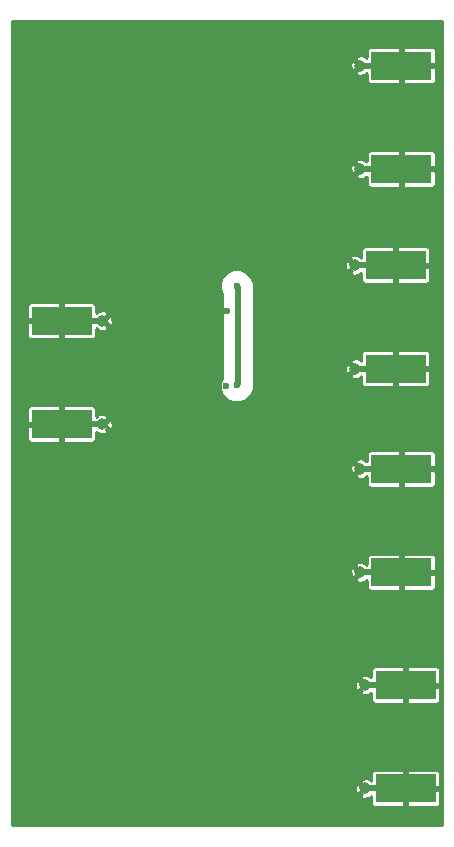
<source format=gbl>
G04 #@! TF.FileFunction,Copper,L2,Bot,Signal*
%FSLAX46Y46*%
G04 Gerber Fmt 4.6, Leading zero omitted, Abs format (unit mm)*
G04 Created by KiCad (PCBNEW 4.0.2+dfsg1-stable) date Mo 06 Nov 2017 22:22:18 CET*
%MOMM*%
G01*
G04 APERTURE LIST*
%ADD10C,1.000000*%
%ADD11R,5.080000X2.420000*%
%ADD12C,0.970000*%
%ADD13R,0.890000X0.460000*%
%ADD14C,0.600000*%
%ADD15C,0.500000*%
%ADD16C,0.254000*%
G04 APERTURE END LIST*
D10*
D11*
X133820000Y-87880000D03*
X133820000Y-79120000D03*
D12*
X130380000Y-87880000D03*
X130380000Y-79120000D03*
D13*
X130830000Y-87880000D03*
X130830000Y-79120000D03*
D11*
X133820000Y-122030000D03*
X133820000Y-113270000D03*
D12*
X130380000Y-122030000D03*
X130380000Y-113270000D03*
D13*
X130830000Y-122030000D03*
X130830000Y-113270000D03*
D11*
X105080000Y-100720000D03*
X105080000Y-109480000D03*
D12*
X108520000Y-100720000D03*
X108520000Y-109480000D03*
D13*
X108070000Y-100720000D03*
X108070000Y-109480000D03*
D11*
X133370000Y-104780000D03*
X133370000Y-96020000D03*
D12*
X129930000Y-104780000D03*
X129930000Y-96020000D03*
D13*
X130380000Y-104780000D03*
X130380000Y-96020000D03*
D11*
X134220000Y-140330000D03*
X134220000Y-131570000D03*
D12*
X130780000Y-140330000D03*
X130780000Y-131570000D03*
D13*
X131230000Y-140330000D03*
X131230000Y-131570000D03*
D14*
X123150000Y-110200000D03*
X124900000Y-110250000D03*
X123975000Y-111325000D03*
X115050000Y-113100000D03*
X116275000Y-114200000D03*
X115075000Y-115300000D03*
X119025000Y-111025000D03*
X117975000Y-112075000D03*
X116800000Y-111000000D03*
X118975000Y-106250000D03*
X116800000Y-106225000D03*
X116825000Y-99825000D03*
X119075000Y-99875000D03*
X118050000Y-100975000D03*
X118900000Y-95400000D03*
X116725000Y-95350000D03*
X117950000Y-107350000D03*
X117950000Y-96525000D03*
X119900000Y-106200000D03*
X119900000Y-97800000D03*
D15*
X105080000Y-109480000D02*
X108520000Y-109480000D01*
X105080000Y-100720000D02*
X108520000Y-100720000D01*
X134220000Y-140330000D02*
X130780000Y-140330000D01*
X134220000Y-131570000D02*
X130780000Y-131570000D01*
X133820000Y-122030000D02*
X130380000Y-122030000D01*
X133820000Y-113270000D02*
X130380000Y-113270000D01*
X133370000Y-104780000D02*
X129930000Y-104780000D01*
X133820000Y-79120000D02*
X130380000Y-79120000D01*
X133820000Y-87880000D02*
X130380000Y-87880000D01*
X133370000Y-96020000D02*
X129930000Y-96020000D01*
X120000000Y-106100000D02*
X119900000Y-106200000D01*
X120000000Y-100250000D02*
X120000000Y-106100000D01*
X120000000Y-100250000D02*
X120000000Y-100300000D01*
X119900000Y-97800000D02*
X120000000Y-97900000D01*
X120000000Y-97900000D02*
X120000000Y-100250000D01*
D16*
G36*
X137248000Y-143448000D02*
X100902000Y-143448000D01*
X100902000Y-140249510D01*
X129900710Y-140249510D01*
X129936840Y-140592127D01*
X129998444Y-140740852D01*
X130140485Y-140789910D01*
X130473393Y-140457002D01*
X130487248Y-140457002D01*
X130404000Y-140540250D01*
X130404000Y-140635785D01*
X130462004Y-140775819D01*
X130487895Y-140801710D01*
X130320090Y-140969515D01*
X130369148Y-141111556D01*
X130699510Y-141209290D01*
X131042127Y-141173160D01*
X131190852Y-141111556D01*
X131239909Y-140969517D01*
X131299000Y-141028608D01*
X131299000Y-141615785D01*
X131357004Y-141755819D01*
X131464180Y-141862996D01*
X131604214Y-141921000D01*
X133997750Y-141921000D01*
X134093000Y-141825750D01*
X134093000Y-140457000D01*
X134347000Y-140457000D01*
X134347000Y-141825750D01*
X134442250Y-141921000D01*
X136835786Y-141921000D01*
X136975820Y-141862996D01*
X137082996Y-141755819D01*
X137141000Y-141615785D01*
X137141000Y-140552250D01*
X137045750Y-140457000D01*
X134347000Y-140457000D01*
X134093000Y-140457000D01*
X134073000Y-140457000D01*
X134073000Y-140203000D01*
X134093000Y-140203000D01*
X134093000Y-138834250D01*
X134347000Y-138834250D01*
X134347000Y-140203000D01*
X137045750Y-140203000D01*
X137141000Y-140107750D01*
X137141000Y-139044215D01*
X137082996Y-138904181D01*
X136975820Y-138797004D01*
X136835786Y-138739000D01*
X134442250Y-138739000D01*
X134347000Y-138834250D01*
X134093000Y-138834250D01*
X133997750Y-138739000D01*
X131604214Y-138739000D01*
X131464180Y-138797004D01*
X131357004Y-138904181D01*
X131299000Y-139044215D01*
X131299000Y-139631392D01*
X131239909Y-139690483D01*
X131190852Y-139548444D01*
X130860490Y-139450710D01*
X130517873Y-139486840D01*
X130369148Y-139548444D01*
X130320090Y-139690485D01*
X130487895Y-139858290D01*
X130462004Y-139884181D01*
X130404000Y-140024215D01*
X130404000Y-140119750D01*
X130487248Y-140202998D01*
X130473393Y-140202998D01*
X130140485Y-139870090D01*
X129998444Y-139919148D01*
X129900710Y-140249510D01*
X100902000Y-140249510D01*
X100902000Y-131489510D01*
X129900710Y-131489510D01*
X129936840Y-131832127D01*
X129998444Y-131980852D01*
X130140485Y-132029910D01*
X130473393Y-131697002D01*
X130487248Y-131697002D01*
X130404000Y-131780250D01*
X130404000Y-131875785D01*
X130462004Y-132015819D01*
X130487895Y-132041710D01*
X130320090Y-132209515D01*
X130369148Y-132351556D01*
X130699510Y-132449290D01*
X131042127Y-132413160D01*
X131190852Y-132351556D01*
X131239909Y-132209517D01*
X131299000Y-132268608D01*
X131299000Y-132855785D01*
X131357004Y-132995819D01*
X131464180Y-133102996D01*
X131604214Y-133161000D01*
X133997750Y-133161000D01*
X134093000Y-133065750D01*
X134093000Y-131697000D01*
X134347000Y-131697000D01*
X134347000Y-133065750D01*
X134442250Y-133161000D01*
X136835786Y-133161000D01*
X136975820Y-133102996D01*
X137082996Y-132995819D01*
X137141000Y-132855785D01*
X137141000Y-131792250D01*
X137045750Y-131697000D01*
X134347000Y-131697000D01*
X134093000Y-131697000D01*
X134073000Y-131697000D01*
X134073000Y-131443000D01*
X134093000Y-131443000D01*
X134093000Y-130074250D01*
X134347000Y-130074250D01*
X134347000Y-131443000D01*
X137045750Y-131443000D01*
X137141000Y-131347750D01*
X137141000Y-130284215D01*
X137082996Y-130144181D01*
X136975820Y-130037004D01*
X136835786Y-129979000D01*
X134442250Y-129979000D01*
X134347000Y-130074250D01*
X134093000Y-130074250D01*
X133997750Y-129979000D01*
X131604214Y-129979000D01*
X131464180Y-130037004D01*
X131357004Y-130144181D01*
X131299000Y-130284215D01*
X131299000Y-130871392D01*
X131239909Y-130930483D01*
X131190852Y-130788444D01*
X130860490Y-130690710D01*
X130517873Y-130726840D01*
X130369148Y-130788444D01*
X130320090Y-130930485D01*
X130487895Y-131098290D01*
X130462004Y-131124181D01*
X130404000Y-131264215D01*
X130404000Y-131359750D01*
X130487248Y-131442998D01*
X130473393Y-131442998D01*
X130140485Y-131110090D01*
X129998444Y-131159148D01*
X129900710Y-131489510D01*
X100902000Y-131489510D01*
X100902000Y-121949510D01*
X129500710Y-121949510D01*
X129536840Y-122292127D01*
X129598444Y-122440852D01*
X129740485Y-122489910D01*
X130073393Y-122157002D01*
X130087248Y-122157002D01*
X130004000Y-122240250D01*
X130004000Y-122335785D01*
X130062004Y-122475819D01*
X130087895Y-122501710D01*
X129920090Y-122669515D01*
X129969148Y-122811556D01*
X130299510Y-122909290D01*
X130642127Y-122873160D01*
X130790852Y-122811556D01*
X130839909Y-122669517D01*
X130899000Y-122728608D01*
X130899000Y-123315785D01*
X130957004Y-123455819D01*
X131064180Y-123562996D01*
X131204214Y-123621000D01*
X133597750Y-123621000D01*
X133693000Y-123525750D01*
X133693000Y-122157000D01*
X133947000Y-122157000D01*
X133947000Y-123525750D01*
X134042250Y-123621000D01*
X136435786Y-123621000D01*
X136575820Y-123562996D01*
X136682996Y-123455819D01*
X136741000Y-123315785D01*
X136741000Y-122252250D01*
X136645750Y-122157000D01*
X133947000Y-122157000D01*
X133693000Y-122157000D01*
X133673000Y-122157000D01*
X133673000Y-121903000D01*
X133693000Y-121903000D01*
X133693000Y-120534250D01*
X133947000Y-120534250D01*
X133947000Y-121903000D01*
X136645750Y-121903000D01*
X136741000Y-121807750D01*
X136741000Y-120744215D01*
X136682996Y-120604181D01*
X136575820Y-120497004D01*
X136435786Y-120439000D01*
X134042250Y-120439000D01*
X133947000Y-120534250D01*
X133693000Y-120534250D01*
X133597750Y-120439000D01*
X131204214Y-120439000D01*
X131064180Y-120497004D01*
X130957004Y-120604181D01*
X130899000Y-120744215D01*
X130899000Y-121331392D01*
X130839909Y-121390483D01*
X130790852Y-121248444D01*
X130460490Y-121150710D01*
X130117873Y-121186840D01*
X129969148Y-121248444D01*
X129920090Y-121390485D01*
X130087895Y-121558290D01*
X130062004Y-121584181D01*
X130004000Y-121724215D01*
X130004000Y-121819750D01*
X130087248Y-121902998D01*
X130073393Y-121902998D01*
X129740485Y-121570090D01*
X129598444Y-121619148D01*
X129500710Y-121949510D01*
X100902000Y-121949510D01*
X100902000Y-113189510D01*
X129500710Y-113189510D01*
X129536840Y-113532127D01*
X129598444Y-113680852D01*
X129740485Y-113729910D01*
X130073393Y-113397002D01*
X130087248Y-113397002D01*
X130004000Y-113480250D01*
X130004000Y-113575785D01*
X130062004Y-113715819D01*
X130087895Y-113741710D01*
X129920090Y-113909515D01*
X129969148Y-114051556D01*
X130299510Y-114149290D01*
X130642127Y-114113160D01*
X130790852Y-114051556D01*
X130839909Y-113909517D01*
X130899000Y-113968608D01*
X130899000Y-114555785D01*
X130957004Y-114695819D01*
X131064180Y-114802996D01*
X131204214Y-114861000D01*
X133597750Y-114861000D01*
X133693000Y-114765750D01*
X133693000Y-113397000D01*
X133947000Y-113397000D01*
X133947000Y-114765750D01*
X134042250Y-114861000D01*
X136435786Y-114861000D01*
X136575820Y-114802996D01*
X136682996Y-114695819D01*
X136741000Y-114555785D01*
X136741000Y-113492250D01*
X136645750Y-113397000D01*
X133947000Y-113397000D01*
X133693000Y-113397000D01*
X133673000Y-113397000D01*
X133673000Y-113143000D01*
X133693000Y-113143000D01*
X133693000Y-111774250D01*
X133947000Y-111774250D01*
X133947000Y-113143000D01*
X136645750Y-113143000D01*
X136741000Y-113047750D01*
X136741000Y-111984215D01*
X136682996Y-111844181D01*
X136575820Y-111737004D01*
X136435786Y-111679000D01*
X134042250Y-111679000D01*
X133947000Y-111774250D01*
X133693000Y-111774250D01*
X133597750Y-111679000D01*
X131204214Y-111679000D01*
X131064180Y-111737004D01*
X130957004Y-111844181D01*
X130899000Y-111984215D01*
X130899000Y-112571392D01*
X130839909Y-112630483D01*
X130790852Y-112488444D01*
X130460490Y-112390710D01*
X130117873Y-112426840D01*
X129969148Y-112488444D01*
X129920090Y-112630485D01*
X130087895Y-112798290D01*
X130062004Y-112824181D01*
X130004000Y-112964215D01*
X130004000Y-113059750D01*
X130087248Y-113142998D01*
X130073393Y-113142998D01*
X129740485Y-112810090D01*
X129598444Y-112859148D01*
X129500710Y-113189510D01*
X100902000Y-113189510D01*
X100902000Y-109702250D01*
X102159000Y-109702250D01*
X102159000Y-110765785D01*
X102217004Y-110905819D01*
X102324180Y-111012996D01*
X102464214Y-111071000D01*
X104857750Y-111071000D01*
X104953000Y-110975750D01*
X104953000Y-109607000D01*
X102254250Y-109607000D01*
X102159000Y-109702250D01*
X100902000Y-109702250D01*
X100902000Y-108194215D01*
X102159000Y-108194215D01*
X102159000Y-109257750D01*
X102254250Y-109353000D01*
X104953000Y-109353000D01*
X104953000Y-107984250D01*
X105207000Y-107984250D01*
X105207000Y-109353000D01*
X105227000Y-109353000D01*
X105227000Y-109607000D01*
X105207000Y-109607000D01*
X105207000Y-110975750D01*
X105302250Y-111071000D01*
X107695786Y-111071000D01*
X107835820Y-111012996D01*
X107942996Y-110905819D01*
X108001000Y-110765785D01*
X108001000Y-110178608D01*
X108060091Y-110119517D01*
X108109148Y-110261556D01*
X108439510Y-110359290D01*
X108782127Y-110323160D01*
X108930852Y-110261556D01*
X108979910Y-110119515D01*
X108812105Y-109951710D01*
X108837996Y-109925819D01*
X108896000Y-109785785D01*
X108896000Y-109690250D01*
X108812752Y-109607002D01*
X108826607Y-109607002D01*
X109159515Y-109939910D01*
X109301556Y-109890852D01*
X109399290Y-109560490D01*
X109363160Y-109217873D01*
X109301556Y-109069148D01*
X109159515Y-109020090D01*
X108826607Y-109352998D01*
X108812752Y-109352998D01*
X108896000Y-109269750D01*
X108896000Y-109174215D01*
X108837996Y-109034181D01*
X108812105Y-109008290D01*
X108979910Y-108840485D01*
X108930852Y-108698444D01*
X108600490Y-108600710D01*
X108257873Y-108636840D01*
X108109148Y-108698444D01*
X108060091Y-108840483D01*
X108001000Y-108781392D01*
X108001000Y-108194215D01*
X107942996Y-108054181D01*
X107835820Y-107947004D01*
X107695786Y-107889000D01*
X105302250Y-107889000D01*
X105207000Y-107984250D01*
X104953000Y-107984250D01*
X104857750Y-107889000D01*
X102464214Y-107889000D01*
X102324180Y-107947004D01*
X102217004Y-108054181D01*
X102159000Y-108194215D01*
X100902000Y-108194215D01*
X100902000Y-100942250D01*
X102159000Y-100942250D01*
X102159000Y-102005785D01*
X102217004Y-102145819D01*
X102324180Y-102252996D01*
X102464214Y-102311000D01*
X104857750Y-102311000D01*
X104953000Y-102215750D01*
X104953000Y-100847000D01*
X102254250Y-100847000D01*
X102159000Y-100942250D01*
X100902000Y-100942250D01*
X100902000Y-99434215D01*
X102159000Y-99434215D01*
X102159000Y-100497750D01*
X102254250Y-100593000D01*
X104953000Y-100593000D01*
X104953000Y-99224250D01*
X105207000Y-99224250D01*
X105207000Y-100593000D01*
X105227000Y-100593000D01*
X105227000Y-100847000D01*
X105207000Y-100847000D01*
X105207000Y-102215750D01*
X105302250Y-102311000D01*
X107695786Y-102311000D01*
X107835820Y-102252996D01*
X107942996Y-102145819D01*
X108001000Y-102005785D01*
X108001000Y-101418608D01*
X108060091Y-101359517D01*
X108109148Y-101501556D01*
X108439510Y-101599290D01*
X108782127Y-101563160D01*
X108930852Y-101501556D01*
X108979910Y-101359515D01*
X108812105Y-101191710D01*
X108837996Y-101165819D01*
X108896000Y-101025785D01*
X108896000Y-100930250D01*
X108812752Y-100847002D01*
X108826607Y-100847002D01*
X109159515Y-101179910D01*
X109301556Y-101130852D01*
X109399290Y-100800490D01*
X109363160Y-100457873D01*
X109301556Y-100309148D01*
X109159515Y-100260090D01*
X108826607Y-100592998D01*
X108812752Y-100592998D01*
X108896000Y-100509750D01*
X108896000Y-100414215D01*
X108837996Y-100274181D01*
X108812105Y-100248290D01*
X108979910Y-100080485D01*
X108930852Y-99938444D01*
X108600490Y-99840710D01*
X108257873Y-99876840D01*
X108109148Y-99938444D01*
X108060091Y-100080483D01*
X108001000Y-100021392D01*
X108001000Y-99434215D01*
X107942996Y-99294181D01*
X107835820Y-99187004D01*
X107695786Y-99129000D01*
X105302250Y-99129000D01*
X105207000Y-99224250D01*
X104953000Y-99224250D01*
X104857750Y-99129000D01*
X102464214Y-99129000D01*
X102324180Y-99187004D01*
X102217004Y-99294181D01*
X102159000Y-99434215D01*
X100902000Y-99434215D01*
X100902000Y-98082603D01*
X118472752Y-98082603D01*
X118623000Y-98446229D01*
X118623000Y-105554263D01*
X118473248Y-105914907D01*
X118472752Y-106482603D01*
X118689543Y-107007275D01*
X119090614Y-107409047D01*
X119614907Y-107626752D01*
X120182603Y-107627248D01*
X120707275Y-107410457D01*
X121109047Y-107009386D01*
X121260728Y-106644098D01*
X121272182Y-106626955D01*
X121276169Y-106606910D01*
X121326752Y-106485093D01*
X121326868Y-106352029D01*
X121377000Y-106100000D01*
X121377000Y-104699510D01*
X129050710Y-104699510D01*
X129086840Y-105042127D01*
X129148444Y-105190852D01*
X129290485Y-105239910D01*
X129623393Y-104907002D01*
X129637248Y-104907002D01*
X129554000Y-104990250D01*
X129554000Y-105085785D01*
X129612004Y-105225819D01*
X129637895Y-105251710D01*
X129470090Y-105419515D01*
X129519148Y-105561556D01*
X129849510Y-105659290D01*
X130192127Y-105623160D01*
X130340852Y-105561556D01*
X130389909Y-105419517D01*
X130449000Y-105478608D01*
X130449000Y-106065785D01*
X130507004Y-106205819D01*
X130614180Y-106312996D01*
X130754214Y-106371000D01*
X133147750Y-106371000D01*
X133243000Y-106275750D01*
X133243000Y-104907000D01*
X133497000Y-104907000D01*
X133497000Y-106275750D01*
X133592250Y-106371000D01*
X135985786Y-106371000D01*
X136125820Y-106312996D01*
X136232996Y-106205819D01*
X136291000Y-106065785D01*
X136291000Y-105002250D01*
X136195750Y-104907000D01*
X133497000Y-104907000D01*
X133243000Y-104907000D01*
X133223000Y-104907000D01*
X133223000Y-104653000D01*
X133243000Y-104653000D01*
X133243000Y-103284250D01*
X133497000Y-103284250D01*
X133497000Y-104653000D01*
X136195750Y-104653000D01*
X136291000Y-104557750D01*
X136291000Y-103494215D01*
X136232996Y-103354181D01*
X136125820Y-103247004D01*
X135985786Y-103189000D01*
X133592250Y-103189000D01*
X133497000Y-103284250D01*
X133243000Y-103284250D01*
X133147750Y-103189000D01*
X130754214Y-103189000D01*
X130614180Y-103247004D01*
X130507004Y-103354181D01*
X130449000Y-103494215D01*
X130449000Y-104081392D01*
X130389909Y-104140483D01*
X130340852Y-103998444D01*
X130010490Y-103900710D01*
X129667873Y-103936840D01*
X129519148Y-103998444D01*
X129470090Y-104140485D01*
X129637895Y-104308290D01*
X129612004Y-104334181D01*
X129554000Y-104474215D01*
X129554000Y-104569750D01*
X129637248Y-104652998D01*
X129623393Y-104652998D01*
X129290485Y-104320090D01*
X129148444Y-104369148D01*
X129050710Y-104699510D01*
X121377000Y-104699510D01*
X121377000Y-97900000D01*
X121327133Y-97649301D01*
X121327248Y-97517397D01*
X121276433Y-97394416D01*
X121272182Y-97373045D01*
X121260182Y-97355086D01*
X121110457Y-96992725D01*
X120709386Y-96590953D01*
X120185093Y-96373248D01*
X119617397Y-96372752D01*
X119092725Y-96589543D01*
X118690953Y-96990614D01*
X118473248Y-97514907D01*
X118472752Y-98082603D01*
X100902000Y-98082603D01*
X100902000Y-95939510D01*
X129050710Y-95939510D01*
X129086840Y-96282127D01*
X129148444Y-96430852D01*
X129290485Y-96479910D01*
X129623393Y-96147002D01*
X129637248Y-96147002D01*
X129554000Y-96230250D01*
X129554000Y-96325785D01*
X129612004Y-96465819D01*
X129637895Y-96491710D01*
X129470090Y-96659515D01*
X129519148Y-96801556D01*
X129849510Y-96899290D01*
X130192127Y-96863160D01*
X130340852Y-96801556D01*
X130389909Y-96659517D01*
X130449000Y-96718608D01*
X130449000Y-97305785D01*
X130507004Y-97445819D01*
X130614180Y-97552996D01*
X130754214Y-97611000D01*
X133147750Y-97611000D01*
X133243000Y-97515750D01*
X133243000Y-96147000D01*
X133497000Y-96147000D01*
X133497000Y-97515750D01*
X133592250Y-97611000D01*
X135985786Y-97611000D01*
X136125820Y-97552996D01*
X136232996Y-97445819D01*
X136291000Y-97305785D01*
X136291000Y-96242250D01*
X136195750Y-96147000D01*
X133497000Y-96147000D01*
X133243000Y-96147000D01*
X133223000Y-96147000D01*
X133223000Y-95893000D01*
X133243000Y-95893000D01*
X133243000Y-94524250D01*
X133497000Y-94524250D01*
X133497000Y-95893000D01*
X136195750Y-95893000D01*
X136291000Y-95797750D01*
X136291000Y-94734215D01*
X136232996Y-94594181D01*
X136125820Y-94487004D01*
X135985786Y-94429000D01*
X133592250Y-94429000D01*
X133497000Y-94524250D01*
X133243000Y-94524250D01*
X133147750Y-94429000D01*
X130754214Y-94429000D01*
X130614180Y-94487004D01*
X130507004Y-94594181D01*
X130449000Y-94734215D01*
X130449000Y-95321392D01*
X130389909Y-95380483D01*
X130340852Y-95238444D01*
X130010490Y-95140710D01*
X129667873Y-95176840D01*
X129519148Y-95238444D01*
X129470090Y-95380485D01*
X129637895Y-95548290D01*
X129612004Y-95574181D01*
X129554000Y-95714215D01*
X129554000Y-95809750D01*
X129637248Y-95892998D01*
X129623393Y-95892998D01*
X129290485Y-95560090D01*
X129148444Y-95609148D01*
X129050710Y-95939510D01*
X100902000Y-95939510D01*
X100902000Y-87799510D01*
X129500710Y-87799510D01*
X129536840Y-88142127D01*
X129598444Y-88290852D01*
X129740485Y-88339910D01*
X130073393Y-88007002D01*
X130087248Y-88007002D01*
X130004000Y-88090250D01*
X130004000Y-88185785D01*
X130062004Y-88325819D01*
X130087895Y-88351710D01*
X129920090Y-88519515D01*
X129969148Y-88661556D01*
X130299510Y-88759290D01*
X130642127Y-88723160D01*
X130790852Y-88661556D01*
X130839909Y-88519517D01*
X130899000Y-88578608D01*
X130899000Y-89165785D01*
X130957004Y-89305819D01*
X131064180Y-89412996D01*
X131204214Y-89471000D01*
X133597750Y-89471000D01*
X133693000Y-89375750D01*
X133693000Y-88007000D01*
X133947000Y-88007000D01*
X133947000Y-89375750D01*
X134042250Y-89471000D01*
X136435786Y-89471000D01*
X136575820Y-89412996D01*
X136682996Y-89305819D01*
X136741000Y-89165785D01*
X136741000Y-88102250D01*
X136645750Y-88007000D01*
X133947000Y-88007000D01*
X133693000Y-88007000D01*
X133673000Y-88007000D01*
X133673000Y-87753000D01*
X133693000Y-87753000D01*
X133693000Y-86384250D01*
X133947000Y-86384250D01*
X133947000Y-87753000D01*
X136645750Y-87753000D01*
X136741000Y-87657750D01*
X136741000Y-86594215D01*
X136682996Y-86454181D01*
X136575820Y-86347004D01*
X136435786Y-86289000D01*
X134042250Y-86289000D01*
X133947000Y-86384250D01*
X133693000Y-86384250D01*
X133597750Y-86289000D01*
X131204214Y-86289000D01*
X131064180Y-86347004D01*
X130957004Y-86454181D01*
X130899000Y-86594215D01*
X130899000Y-87181392D01*
X130839909Y-87240483D01*
X130790852Y-87098444D01*
X130460490Y-87000710D01*
X130117873Y-87036840D01*
X129969148Y-87098444D01*
X129920090Y-87240485D01*
X130087895Y-87408290D01*
X130062004Y-87434181D01*
X130004000Y-87574215D01*
X130004000Y-87669750D01*
X130087248Y-87752998D01*
X130073393Y-87752998D01*
X129740485Y-87420090D01*
X129598444Y-87469148D01*
X129500710Y-87799510D01*
X100902000Y-87799510D01*
X100902000Y-79039510D01*
X129500710Y-79039510D01*
X129536840Y-79382127D01*
X129598444Y-79530852D01*
X129740485Y-79579910D01*
X130073393Y-79247002D01*
X130087248Y-79247002D01*
X130004000Y-79330250D01*
X130004000Y-79425785D01*
X130062004Y-79565819D01*
X130087895Y-79591710D01*
X129920090Y-79759515D01*
X129969148Y-79901556D01*
X130299510Y-79999290D01*
X130642127Y-79963160D01*
X130790852Y-79901556D01*
X130839909Y-79759517D01*
X130899000Y-79818608D01*
X130899000Y-80405785D01*
X130957004Y-80545819D01*
X131064180Y-80652996D01*
X131204214Y-80711000D01*
X133597750Y-80711000D01*
X133693000Y-80615750D01*
X133693000Y-79247000D01*
X133947000Y-79247000D01*
X133947000Y-80615750D01*
X134042250Y-80711000D01*
X136435786Y-80711000D01*
X136575820Y-80652996D01*
X136682996Y-80545819D01*
X136741000Y-80405785D01*
X136741000Y-79342250D01*
X136645750Y-79247000D01*
X133947000Y-79247000D01*
X133693000Y-79247000D01*
X133673000Y-79247000D01*
X133673000Y-78993000D01*
X133693000Y-78993000D01*
X133693000Y-77624250D01*
X133947000Y-77624250D01*
X133947000Y-78993000D01*
X136645750Y-78993000D01*
X136741000Y-78897750D01*
X136741000Y-77834215D01*
X136682996Y-77694181D01*
X136575820Y-77587004D01*
X136435786Y-77529000D01*
X134042250Y-77529000D01*
X133947000Y-77624250D01*
X133693000Y-77624250D01*
X133597750Y-77529000D01*
X131204214Y-77529000D01*
X131064180Y-77587004D01*
X130957004Y-77694181D01*
X130899000Y-77834215D01*
X130899000Y-78421392D01*
X130839909Y-78480483D01*
X130790852Y-78338444D01*
X130460490Y-78240710D01*
X130117873Y-78276840D01*
X129969148Y-78338444D01*
X129920090Y-78480485D01*
X130087895Y-78648290D01*
X130062004Y-78674181D01*
X130004000Y-78814215D01*
X130004000Y-78909750D01*
X130087248Y-78992998D01*
X130073393Y-78992998D01*
X129740485Y-78660090D01*
X129598444Y-78709148D01*
X129500710Y-79039510D01*
X100902000Y-79039510D01*
X100902000Y-75352000D01*
X137248000Y-75352000D01*
X137248000Y-143448000D01*
X137248000Y-143448000D01*
G37*
X137248000Y-143448000D02*
X100902000Y-143448000D01*
X100902000Y-140249510D01*
X129900710Y-140249510D01*
X129936840Y-140592127D01*
X129998444Y-140740852D01*
X130140485Y-140789910D01*
X130473393Y-140457002D01*
X130487248Y-140457002D01*
X130404000Y-140540250D01*
X130404000Y-140635785D01*
X130462004Y-140775819D01*
X130487895Y-140801710D01*
X130320090Y-140969515D01*
X130369148Y-141111556D01*
X130699510Y-141209290D01*
X131042127Y-141173160D01*
X131190852Y-141111556D01*
X131239909Y-140969517D01*
X131299000Y-141028608D01*
X131299000Y-141615785D01*
X131357004Y-141755819D01*
X131464180Y-141862996D01*
X131604214Y-141921000D01*
X133997750Y-141921000D01*
X134093000Y-141825750D01*
X134093000Y-140457000D01*
X134347000Y-140457000D01*
X134347000Y-141825750D01*
X134442250Y-141921000D01*
X136835786Y-141921000D01*
X136975820Y-141862996D01*
X137082996Y-141755819D01*
X137141000Y-141615785D01*
X137141000Y-140552250D01*
X137045750Y-140457000D01*
X134347000Y-140457000D01*
X134093000Y-140457000D01*
X134073000Y-140457000D01*
X134073000Y-140203000D01*
X134093000Y-140203000D01*
X134093000Y-138834250D01*
X134347000Y-138834250D01*
X134347000Y-140203000D01*
X137045750Y-140203000D01*
X137141000Y-140107750D01*
X137141000Y-139044215D01*
X137082996Y-138904181D01*
X136975820Y-138797004D01*
X136835786Y-138739000D01*
X134442250Y-138739000D01*
X134347000Y-138834250D01*
X134093000Y-138834250D01*
X133997750Y-138739000D01*
X131604214Y-138739000D01*
X131464180Y-138797004D01*
X131357004Y-138904181D01*
X131299000Y-139044215D01*
X131299000Y-139631392D01*
X131239909Y-139690483D01*
X131190852Y-139548444D01*
X130860490Y-139450710D01*
X130517873Y-139486840D01*
X130369148Y-139548444D01*
X130320090Y-139690485D01*
X130487895Y-139858290D01*
X130462004Y-139884181D01*
X130404000Y-140024215D01*
X130404000Y-140119750D01*
X130487248Y-140202998D01*
X130473393Y-140202998D01*
X130140485Y-139870090D01*
X129998444Y-139919148D01*
X129900710Y-140249510D01*
X100902000Y-140249510D01*
X100902000Y-131489510D01*
X129900710Y-131489510D01*
X129936840Y-131832127D01*
X129998444Y-131980852D01*
X130140485Y-132029910D01*
X130473393Y-131697002D01*
X130487248Y-131697002D01*
X130404000Y-131780250D01*
X130404000Y-131875785D01*
X130462004Y-132015819D01*
X130487895Y-132041710D01*
X130320090Y-132209515D01*
X130369148Y-132351556D01*
X130699510Y-132449290D01*
X131042127Y-132413160D01*
X131190852Y-132351556D01*
X131239909Y-132209517D01*
X131299000Y-132268608D01*
X131299000Y-132855785D01*
X131357004Y-132995819D01*
X131464180Y-133102996D01*
X131604214Y-133161000D01*
X133997750Y-133161000D01*
X134093000Y-133065750D01*
X134093000Y-131697000D01*
X134347000Y-131697000D01*
X134347000Y-133065750D01*
X134442250Y-133161000D01*
X136835786Y-133161000D01*
X136975820Y-133102996D01*
X137082996Y-132995819D01*
X137141000Y-132855785D01*
X137141000Y-131792250D01*
X137045750Y-131697000D01*
X134347000Y-131697000D01*
X134093000Y-131697000D01*
X134073000Y-131697000D01*
X134073000Y-131443000D01*
X134093000Y-131443000D01*
X134093000Y-130074250D01*
X134347000Y-130074250D01*
X134347000Y-131443000D01*
X137045750Y-131443000D01*
X137141000Y-131347750D01*
X137141000Y-130284215D01*
X137082996Y-130144181D01*
X136975820Y-130037004D01*
X136835786Y-129979000D01*
X134442250Y-129979000D01*
X134347000Y-130074250D01*
X134093000Y-130074250D01*
X133997750Y-129979000D01*
X131604214Y-129979000D01*
X131464180Y-130037004D01*
X131357004Y-130144181D01*
X131299000Y-130284215D01*
X131299000Y-130871392D01*
X131239909Y-130930483D01*
X131190852Y-130788444D01*
X130860490Y-130690710D01*
X130517873Y-130726840D01*
X130369148Y-130788444D01*
X130320090Y-130930485D01*
X130487895Y-131098290D01*
X130462004Y-131124181D01*
X130404000Y-131264215D01*
X130404000Y-131359750D01*
X130487248Y-131442998D01*
X130473393Y-131442998D01*
X130140485Y-131110090D01*
X129998444Y-131159148D01*
X129900710Y-131489510D01*
X100902000Y-131489510D01*
X100902000Y-121949510D01*
X129500710Y-121949510D01*
X129536840Y-122292127D01*
X129598444Y-122440852D01*
X129740485Y-122489910D01*
X130073393Y-122157002D01*
X130087248Y-122157002D01*
X130004000Y-122240250D01*
X130004000Y-122335785D01*
X130062004Y-122475819D01*
X130087895Y-122501710D01*
X129920090Y-122669515D01*
X129969148Y-122811556D01*
X130299510Y-122909290D01*
X130642127Y-122873160D01*
X130790852Y-122811556D01*
X130839909Y-122669517D01*
X130899000Y-122728608D01*
X130899000Y-123315785D01*
X130957004Y-123455819D01*
X131064180Y-123562996D01*
X131204214Y-123621000D01*
X133597750Y-123621000D01*
X133693000Y-123525750D01*
X133693000Y-122157000D01*
X133947000Y-122157000D01*
X133947000Y-123525750D01*
X134042250Y-123621000D01*
X136435786Y-123621000D01*
X136575820Y-123562996D01*
X136682996Y-123455819D01*
X136741000Y-123315785D01*
X136741000Y-122252250D01*
X136645750Y-122157000D01*
X133947000Y-122157000D01*
X133693000Y-122157000D01*
X133673000Y-122157000D01*
X133673000Y-121903000D01*
X133693000Y-121903000D01*
X133693000Y-120534250D01*
X133947000Y-120534250D01*
X133947000Y-121903000D01*
X136645750Y-121903000D01*
X136741000Y-121807750D01*
X136741000Y-120744215D01*
X136682996Y-120604181D01*
X136575820Y-120497004D01*
X136435786Y-120439000D01*
X134042250Y-120439000D01*
X133947000Y-120534250D01*
X133693000Y-120534250D01*
X133597750Y-120439000D01*
X131204214Y-120439000D01*
X131064180Y-120497004D01*
X130957004Y-120604181D01*
X130899000Y-120744215D01*
X130899000Y-121331392D01*
X130839909Y-121390483D01*
X130790852Y-121248444D01*
X130460490Y-121150710D01*
X130117873Y-121186840D01*
X129969148Y-121248444D01*
X129920090Y-121390485D01*
X130087895Y-121558290D01*
X130062004Y-121584181D01*
X130004000Y-121724215D01*
X130004000Y-121819750D01*
X130087248Y-121902998D01*
X130073393Y-121902998D01*
X129740485Y-121570090D01*
X129598444Y-121619148D01*
X129500710Y-121949510D01*
X100902000Y-121949510D01*
X100902000Y-113189510D01*
X129500710Y-113189510D01*
X129536840Y-113532127D01*
X129598444Y-113680852D01*
X129740485Y-113729910D01*
X130073393Y-113397002D01*
X130087248Y-113397002D01*
X130004000Y-113480250D01*
X130004000Y-113575785D01*
X130062004Y-113715819D01*
X130087895Y-113741710D01*
X129920090Y-113909515D01*
X129969148Y-114051556D01*
X130299510Y-114149290D01*
X130642127Y-114113160D01*
X130790852Y-114051556D01*
X130839909Y-113909517D01*
X130899000Y-113968608D01*
X130899000Y-114555785D01*
X130957004Y-114695819D01*
X131064180Y-114802996D01*
X131204214Y-114861000D01*
X133597750Y-114861000D01*
X133693000Y-114765750D01*
X133693000Y-113397000D01*
X133947000Y-113397000D01*
X133947000Y-114765750D01*
X134042250Y-114861000D01*
X136435786Y-114861000D01*
X136575820Y-114802996D01*
X136682996Y-114695819D01*
X136741000Y-114555785D01*
X136741000Y-113492250D01*
X136645750Y-113397000D01*
X133947000Y-113397000D01*
X133693000Y-113397000D01*
X133673000Y-113397000D01*
X133673000Y-113143000D01*
X133693000Y-113143000D01*
X133693000Y-111774250D01*
X133947000Y-111774250D01*
X133947000Y-113143000D01*
X136645750Y-113143000D01*
X136741000Y-113047750D01*
X136741000Y-111984215D01*
X136682996Y-111844181D01*
X136575820Y-111737004D01*
X136435786Y-111679000D01*
X134042250Y-111679000D01*
X133947000Y-111774250D01*
X133693000Y-111774250D01*
X133597750Y-111679000D01*
X131204214Y-111679000D01*
X131064180Y-111737004D01*
X130957004Y-111844181D01*
X130899000Y-111984215D01*
X130899000Y-112571392D01*
X130839909Y-112630483D01*
X130790852Y-112488444D01*
X130460490Y-112390710D01*
X130117873Y-112426840D01*
X129969148Y-112488444D01*
X129920090Y-112630485D01*
X130087895Y-112798290D01*
X130062004Y-112824181D01*
X130004000Y-112964215D01*
X130004000Y-113059750D01*
X130087248Y-113142998D01*
X130073393Y-113142998D01*
X129740485Y-112810090D01*
X129598444Y-112859148D01*
X129500710Y-113189510D01*
X100902000Y-113189510D01*
X100902000Y-109702250D01*
X102159000Y-109702250D01*
X102159000Y-110765785D01*
X102217004Y-110905819D01*
X102324180Y-111012996D01*
X102464214Y-111071000D01*
X104857750Y-111071000D01*
X104953000Y-110975750D01*
X104953000Y-109607000D01*
X102254250Y-109607000D01*
X102159000Y-109702250D01*
X100902000Y-109702250D01*
X100902000Y-108194215D01*
X102159000Y-108194215D01*
X102159000Y-109257750D01*
X102254250Y-109353000D01*
X104953000Y-109353000D01*
X104953000Y-107984250D01*
X105207000Y-107984250D01*
X105207000Y-109353000D01*
X105227000Y-109353000D01*
X105227000Y-109607000D01*
X105207000Y-109607000D01*
X105207000Y-110975750D01*
X105302250Y-111071000D01*
X107695786Y-111071000D01*
X107835820Y-111012996D01*
X107942996Y-110905819D01*
X108001000Y-110765785D01*
X108001000Y-110178608D01*
X108060091Y-110119517D01*
X108109148Y-110261556D01*
X108439510Y-110359290D01*
X108782127Y-110323160D01*
X108930852Y-110261556D01*
X108979910Y-110119515D01*
X108812105Y-109951710D01*
X108837996Y-109925819D01*
X108896000Y-109785785D01*
X108896000Y-109690250D01*
X108812752Y-109607002D01*
X108826607Y-109607002D01*
X109159515Y-109939910D01*
X109301556Y-109890852D01*
X109399290Y-109560490D01*
X109363160Y-109217873D01*
X109301556Y-109069148D01*
X109159515Y-109020090D01*
X108826607Y-109352998D01*
X108812752Y-109352998D01*
X108896000Y-109269750D01*
X108896000Y-109174215D01*
X108837996Y-109034181D01*
X108812105Y-109008290D01*
X108979910Y-108840485D01*
X108930852Y-108698444D01*
X108600490Y-108600710D01*
X108257873Y-108636840D01*
X108109148Y-108698444D01*
X108060091Y-108840483D01*
X108001000Y-108781392D01*
X108001000Y-108194215D01*
X107942996Y-108054181D01*
X107835820Y-107947004D01*
X107695786Y-107889000D01*
X105302250Y-107889000D01*
X105207000Y-107984250D01*
X104953000Y-107984250D01*
X104857750Y-107889000D01*
X102464214Y-107889000D01*
X102324180Y-107947004D01*
X102217004Y-108054181D01*
X102159000Y-108194215D01*
X100902000Y-108194215D01*
X100902000Y-100942250D01*
X102159000Y-100942250D01*
X102159000Y-102005785D01*
X102217004Y-102145819D01*
X102324180Y-102252996D01*
X102464214Y-102311000D01*
X104857750Y-102311000D01*
X104953000Y-102215750D01*
X104953000Y-100847000D01*
X102254250Y-100847000D01*
X102159000Y-100942250D01*
X100902000Y-100942250D01*
X100902000Y-99434215D01*
X102159000Y-99434215D01*
X102159000Y-100497750D01*
X102254250Y-100593000D01*
X104953000Y-100593000D01*
X104953000Y-99224250D01*
X105207000Y-99224250D01*
X105207000Y-100593000D01*
X105227000Y-100593000D01*
X105227000Y-100847000D01*
X105207000Y-100847000D01*
X105207000Y-102215750D01*
X105302250Y-102311000D01*
X107695786Y-102311000D01*
X107835820Y-102252996D01*
X107942996Y-102145819D01*
X108001000Y-102005785D01*
X108001000Y-101418608D01*
X108060091Y-101359517D01*
X108109148Y-101501556D01*
X108439510Y-101599290D01*
X108782127Y-101563160D01*
X108930852Y-101501556D01*
X108979910Y-101359515D01*
X108812105Y-101191710D01*
X108837996Y-101165819D01*
X108896000Y-101025785D01*
X108896000Y-100930250D01*
X108812752Y-100847002D01*
X108826607Y-100847002D01*
X109159515Y-101179910D01*
X109301556Y-101130852D01*
X109399290Y-100800490D01*
X109363160Y-100457873D01*
X109301556Y-100309148D01*
X109159515Y-100260090D01*
X108826607Y-100592998D01*
X108812752Y-100592998D01*
X108896000Y-100509750D01*
X108896000Y-100414215D01*
X108837996Y-100274181D01*
X108812105Y-100248290D01*
X108979910Y-100080485D01*
X108930852Y-99938444D01*
X108600490Y-99840710D01*
X108257873Y-99876840D01*
X108109148Y-99938444D01*
X108060091Y-100080483D01*
X108001000Y-100021392D01*
X108001000Y-99434215D01*
X107942996Y-99294181D01*
X107835820Y-99187004D01*
X107695786Y-99129000D01*
X105302250Y-99129000D01*
X105207000Y-99224250D01*
X104953000Y-99224250D01*
X104857750Y-99129000D01*
X102464214Y-99129000D01*
X102324180Y-99187004D01*
X102217004Y-99294181D01*
X102159000Y-99434215D01*
X100902000Y-99434215D01*
X100902000Y-98082603D01*
X118472752Y-98082603D01*
X118623000Y-98446229D01*
X118623000Y-105554263D01*
X118473248Y-105914907D01*
X118472752Y-106482603D01*
X118689543Y-107007275D01*
X119090614Y-107409047D01*
X119614907Y-107626752D01*
X120182603Y-107627248D01*
X120707275Y-107410457D01*
X121109047Y-107009386D01*
X121260728Y-106644098D01*
X121272182Y-106626955D01*
X121276169Y-106606910D01*
X121326752Y-106485093D01*
X121326868Y-106352029D01*
X121377000Y-106100000D01*
X121377000Y-104699510D01*
X129050710Y-104699510D01*
X129086840Y-105042127D01*
X129148444Y-105190852D01*
X129290485Y-105239910D01*
X129623393Y-104907002D01*
X129637248Y-104907002D01*
X129554000Y-104990250D01*
X129554000Y-105085785D01*
X129612004Y-105225819D01*
X129637895Y-105251710D01*
X129470090Y-105419515D01*
X129519148Y-105561556D01*
X129849510Y-105659290D01*
X130192127Y-105623160D01*
X130340852Y-105561556D01*
X130389909Y-105419517D01*
X130449000Y-105478608D01*
X130449000Y-106065785D01*
X130507004Y-106205819D01*
X130614180Y-106312996D01*
X130754214Y-106371000D01*
X133147750Y-106371000D01*
X133243000Y-106275750D01*
X133243000Y-104907000D01*
X133497000Y-104907000D01*
X133497000Y-106275750D01*
X133592250Y-106371000D01*
X135985786Y-106371000D01*
X136125820Y-106312996D01*
X136232996Y-106205819D01*
X136291000Y-106065785D01*
X136291000Y-105002250D01*
X136195750Y-104907000D01*
X133497000Y-104907000D01*
X133243000Y-104907000D01*
X133223000Y-104907000D01*
X133223000Y-104653000D01*
X133243000Y-104653000D01*
X133243000Y-103284250D01*
X133497000Y-103284250D01*
X133497000Y-104653000D01*
X136195750Y-104653000D01*
X136291000Y-104557750D01*
X136291000Y-103494215D01*
X136232996Y-103354181D01*
X136125820Y-103247004D01*
X135985786Y-103189000D01*
X133592250Y-103189000D01*
X133497000Y-103284250D01*
X133243000Y-103284250D01*
X133147750Y-103189000D01*
X130754214Y-103189000D01*
X130614180Y-103247004D01*
X130507004Y-103354181D01*
X130449000Y-103494215D01*
X130449000Y-104081392D01*
X130389909Y-104140483D01*
X130340852Y-103998444D01*
X130010490Y-103900710D01*
X129667873Y-103936840D01*
X129519148Y-103998444D01*
X129470090Y-104140485D01*
X129637895Y-104308290D01*
X129612004Y-104334181D01*
X129554000Y-104474215D01*
X129554000Y-104569750D01*
X129637248Y-104652998D01*
X129623393Y-104652998D01*
X129290485Y-104320090D01*
X129148444Y-104369148D01*
X129050710Y-104699510D01*
X121377000Y-104699510D01*
X121377000Y-97900000D01*
X121327133Y-97649301D01*
X121327248Y-97517397D01*
X121276433Y-97394416D01*
X121272182Y-97373045D01*
X121260182Y-97355086D01*
X121110457Y-96992725D01*
X120709386Y-96590953D01*
X120185093Y-96373248D01*
X119617397Y-96372752D01*
X119092725Y-96589543D01*
X118690953Y-96990614D01*
X118473248Y-97514907D01*
X118472752Y-98082603D01*
X100902000Y-98082603D01*
X100902000Y-95939510D01*
X129050710Y-95939510D01*
X129086840Y-96282127D01*
X129148444Y-96430852D01*
X129290485Y-96479910D01*
X129623393Y-96147002D01*
X129637248Y-96147002D01*
X129554000Y-96230250D01*
X129554000Y-96325785D01*
X129612004Y-96465819D01*
X129637895Y-96491710D01*
X129470090Y-96659515D01*
X129519148Y-96801556D01*
X129849510Y-96899290D01*
X130192127Y-96863160D01*
X130340852Y-96801556D01*
X130389909Y-96659517D01*
X130449000Y-96718608D01*
X130449000Y-97305785D01*
X130507004Y-97445819D01*
X130614180Y-97552996D01*
X130754214Y-97611000D01*
X133147750Y-97611000D01*
X133243000Y-97515750D01*
X133243000Y-96147000D01*
X133497000Y-96147000D01*
X133497000Y-97515750D01*
X133592250Y-97611000D01*
X135985786Y-97611000D01*
X136125820Y-97552996D01*
X136232996Y-97445819D01*
X136291000Y-97305785D01*
X136291000Y-96242250D01*
X136195750Y-96147000D01*
X133497000Y-96147000D01*
X133243000Y-96147000D01*
X133223000Y-96147000D01*
X133223000Y-95893000D01*
X133243000Y-95893000D01*
X133243000Y-94524250D01*
X133497000Y-94524250D01*
X133497000Y-95893000D01*
X136195750Y-95893000D01*
X136291000Y-95797750D01*
X136291000Y-94734215D01*
X136232996Y-94594181D01*
X136125820Y-94487004D01*
X135985786Y-94429000D01*
X133592250Y-94429000D01*
X133497000Y-94524250D01*
X133243000Y-94524250D01*
X133147750Y-94429000D01*
X130754214Y-94429000D01*
X130614180Y-94487004D01*
X130507004Y-94594181D01*
X130449000Y-94734215D01*
X130449000Y-95321392D01*
X130389909Y-95380483D01*
X130340852Y-95238444D01*
X130010490Y-95140710D01*
X129667873Y-95176840D01*
X129519148Y-95238444D01*
X129470090Y-95380485D01*
X129637895Y-95548290D01*
X129612004Y-95574181D01*
X129554000Y-95714215D01*
X129554000Y-95809750D01*
X129637248Y-95892998D01*
X129623393Y-95892998D01*
X129290485Y-95560090D01*
X129148444Y-95609148D01*
X129050710Y-95939510D01*
X100902000Y-95939510D01*
X100902000Y-87799510D01*
X129500710Y-87799510D01*
X129536840Y-88142127D01*
X129598444Y-88290852D01*
X129740485Y-88339910D01*
X130073393Y-88007002D01*
X130087248Y-88007002D01*
X130004000Y-88090250D01*
X130004000Y-88185785D01*
X130062004Y-88325819D01*
X130087895Y-88351710D01*
X129920090Y-88519515D01*
X129969148Y-88661556D01*
X130299510Y-88759290D01*
X130642127Y-88723160D01*
X130790852Y-88661556D01*
X130839909Y-88519517D01*
X130899000Y-88578608D01*
X130899000Y-89165785D01*
X130957004Y-89305819D01*
X131064180Y-89412996D01*
X131204214Y-89471000D01*
X133597750Y-89471000D01*
X133693000Y-89375750D01*
X133693000Y-88007000D01*
X133947000Y-88007000D01*
X133947000Y-89375750D01*
X134042250Y-89471000D01*
X136435786Y-89471000D01*
X136575820Y-89412996D01*
X136682996Y-89305819D01*
X136741000Y-89165785D01*
X136741000Y-88102250D01*
X136645750Y-88007000D01*
X133947000Y-88007000D01*
X133693000Y-88007000D01*
X133673000Y-88007000D01*
X133673000Y-87753000D01*
X133693000Y-87753000D01*
X133693000Y-86384250D01*
X133947000Y-86384250D01*
X133947000Y-87753000D01*
X136645750Y-87753000D01*
X136741000Y-87657750D01*
X136741000Y-86594215D01*
X136682996Y-86454181D01*
X136575820Y-86347004D01*
X136435786Y-86289000D01*
X134042250Y-86289000D01*
X133947000Y-86384250D01*
X133693000Y-86384250D01*
X133597750Y-86289000D01*
X131204214Y-86289000D01*
X131064180Y-86347004D01*
X130957004Y-86454181D01*
X130899000Y-86594215D01*
X130899000Y-87181392D01*
X130839909Y-87240483D01*
X130790852Y-87098444D01*
X130460490Y-87000710D01*
X130117873Y-87036840D01*
X129969148Y-87098444D01*
X129920090Y-87240485D01*
X130087895Y-87408290D01*
X130062004Y-87434181D01*
X130004000Y-87574215D01*
X130004000Y-87669750D01*
X130087248Y-87752998D01*
X130073393Y-87752998D01*
X129740485Y-87420090D01*
X129598444Y-87469148D01*
X129500710Y-87799510D01*
X100902000Y-87799510D01*
X100902000Y-79039510D01*
X129500710Y-79039510D01*
X129536840Y-79382127D01*
X129598444Y-79530852D01*
X129740485Y-79579910D01*
X130073393Y-79247002D01*
X130087248Y-79247002D01*
X130004000Y-79330250D01*
X130004000Y-79425785D01*
X130062004Y-79565819D01*
X130087895Y-79591710D01*
X129920090Y-79759515D01*
X129969148Y-79901556D01*
X130299510Y-79999290D01*
X130642127Y-79963160D01*
X130790852Y-79901556D01*
X130839909Y-79759517D01*
X130899000Y-79818608D01*
X130899000Y-80405785D01*
X130957004Y-80545819D01*
X131064180Y-80652996D01*
X131204214Y-80711000D01*
X133597750Y-80711000D01*
X133693000Y-80615750D01*
X133693000Y-79247000D01*
X133947000Y-79247000D01*
X133947000Y-80615750D01*
X134042250Y-80711000D01*
X136435786Y-80711000D01*
X136575820Y-80652996D01*
X136682996Y-80545819D01*
X136741000Y-80405785D01*
X136741000Y-79342250D01*
X136645750Y-79247000D01*
X133947000Y-79247000D01*
X133693000Y-79247000D01*
X133673000Y-79247000D01*
X133673000Y-78993000D01*
X133693000Y-78993000D01*
X133693000Y-77624250D01*
X133947000Y-77624250D01*
X133947000Y-78993000D01*
X136645750Y-78993000D01*
X136741000Y-78897750D01*
X136741000Y-77834215D01*
X136682996Y-77694181D01*
X136575820Y-77587004D01*
X136435786Y-77529000D01*
X134042250Y-77529000D01*
X133947000Y-77624250D01*
X133693000Y-77624250D01*
X133597750Y-77529000D01*
X131204214Y-77529000D01*
X131064180Y-77587004D01*
X130957004Y-77694181D01*
X130899000Y-77834215D01*
X130899000Y-78421392D01*
X130839909Y-78480483D01*
X130790852Y-78338444D01*
X130460490Y-78240710D01*
X130117873Y-78276840D01*
X129969148Y-78338444D01*
X129920090Y-78480485D01*
X130087895Y-78648290D01*
X130062004Y-78674181D01*
X130004000Y-78814215D01*
X130004000Y-78909750D01*
X130087248Y-78992998D01*
X130073393Y-78992998D01*
X129740485Y-78660090D01*
X129598444Y-78709148D01*
X129500710Y-79039510D01*
X100902000Y-79039510D01*
X100902000Y-75352000D01*
X137248000Y-75352000D01*
X137248000Y-143448000D01*
M02*

</source>
